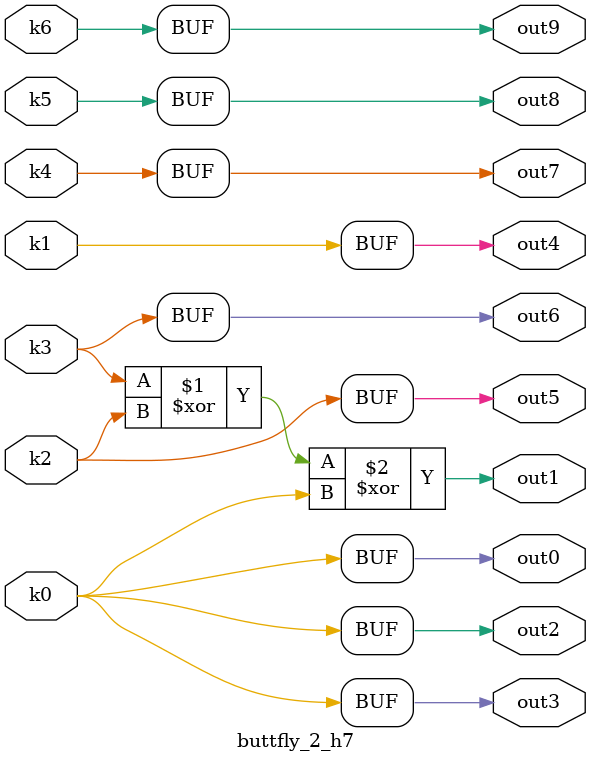
<source format=v>
module buttfly_2(pi00, pi01, pi02, pi03, pi04, pi05, pi06, pi07, pi08, pi09, po00, po01, po02, po03, po04, po05, po06, po07, po08, po09);
input pi00, pi01, pi02, pi03, pi04, pi05, pi06, pi07, pi08, pi09;
output po00, po01, po02, po03, po04, po05, po06, po07, po08, po09;
wire k0, k1, k2, k3, k4, k5, k6;
buttfly_2_w7 DUT1 (pi00, pi01, pi02, pi03, pi04, pi05, pi06, pi07, pi08, pi09, k0, k1, k2, k3, k4, k5, k6);
buttfly_2_h7 DUT2 (k0, k1, k2, k3, k4, k5, k6, po00, po01, po02, po03, po04, po05, po06, po07, po08, po09);
endmodule

module buttfly_2_w7(in9, in8, in7, in6, in5, in4, in3, in2, in1, in0, k6, k5, k4, k3, k2, k1, k0);
input in9, in8, in7, in6, in5, in4, in3, in2, in1, in0;
output k6, k5, k4, k3, k2, k1, k0;
assign k0 =   ((in8 ^ in5) & ((in1 & (~in9 | in6)) | (~in9 & in6))) | (((in9 & ~in6) | (in0 & (in9 | ~in6))) & (~in8 ^ in5));
assign k1 =   (in1 & (in9 ^ in6)) | (in0 & (~in9 ^ in6));
assign k2 =   (((~in9 & (~in6 | in2)) | (~in6 & in2)) & (~in7 | ~in4) & (~in8 | ~in5)) | (~in8 & ~in5 & (~in7 | ~in4)) | (~in7 & ~in4);
assign k3 =   (((in9 & (in6 | in3)) | (in6 & in3)) & (in7 | in4) & (in8 | in5)) | (in8 & in5 & (in7 | in4)) | (in7 & in4);
assign k4 =   ((in7 ^ in4) & (((in8 | in5) & ((in3 & (in9 | in6)) | (in9 & in6))) | (in8 & in5))) | ((~in8 | ~in5) & ((~in9 & ~in6) | (in2 & (~in9 | ~in6))) & (~in7 ^ in4)) | (~in8 & ~in5 & (~in7 ^ in4));
assign k5 =   ((in8 ^ in5) & ((in3 & (in9 | in6)) | (in9 & in6))) | (((~in9 & ~in6) | (in2 & (~in9 | ~in6))) & (~in8 ^ in5));
assign k6 =   (in3 & (in9 ^ in6)) | (in2 & (~in9 ^ in6));
endmodule

module buttfly_2_h7(k6, k5, k4, k3, k2, k1, k0, out9, out8, out7, out6, out5, out4, out3, out2, out1, out0);
input k6, k5, k4, k3, k2, k1, k0;
output out9, out8, out7, out6, out5, out4, out3, out2, out1, out0;
assign out0 = k0;
assign out1 = k3 ^ k2 ^ k0;
assign out2 = k0;
assign out3 = k0;
assign out4 = k1;
assign out5 = k2;
assign out6 = k3;
assign out7 = k4;
assign out8 = k5;
assign out9 = k6;
endmodule

</source>
